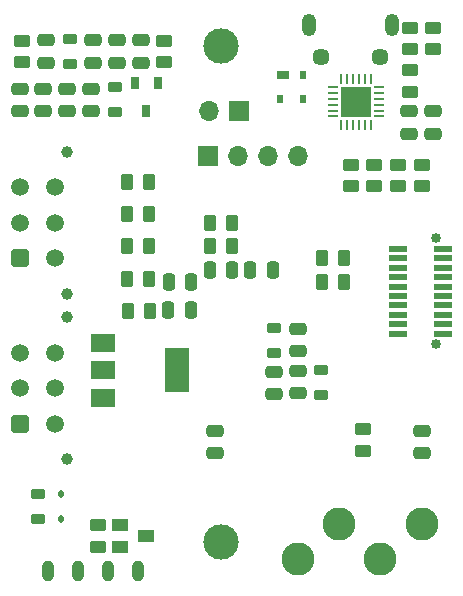
<source format=gbr>
%TF.GenerationSoftware,KiCad,Pcbnew,7.0.2*%
%TF.CreationDate,2023-09-23T15:20:02-05:00*%
%TF.ProjectId,BPS-PeripheralSOM,4250532d-5065-4726-9970-686572616c53,rev?*%
%TF.SameCoordinates,Original*%
%TF.FileFunction,Soldermask,Bot*%
%TF.FilePolarity,Negative*%
%FSLAX46Y46*%
G04 Gerber Fmt 4.6, Leading zero omitted, Abs format (unit mm)*
G04 Created by KiCad (PCBNEW 7.0.2) date 2023-09-23 15:20:02*
%MOMM*%
%LPD*%
G01*
G04 APERTURE LIST*
G04 Aperture macros list*
%AMRoundRect*
0 Rectangle with rounded corners*
0 $1 Rounding radius*
0 $2 $3 $4 $5 $6 $7 $8 $9 X,Y pos of 4 corners*
0 Add a 4 corners polygon primitive as box body*
4,1,4,$2,$3,$4,$5,$6,$7,$8,$9,$2,$3,0*
0 Add four circle primitives for the rounded corners*
1,1,$1+$1,$2,$3*
1,1,$1+$1,$4,$5*
1,1,$1+$1,$6,$7*
1,1,$1+$1,$8,$9*
0 Add four rect primitives between the rounded corners*
20,1,$1+$1,$2,$3,$4,$5,0*
20,1,$1+$1,$4,$5,$6,$7,0*
20,1,$1+$1,$6,$7,$8,$9,0*
20,1,$1+$1,$8,$9,$2,$3,0*%
G04 Aperture macros list end*
%ADD10C,2.800000*%
%ADD11R,1.700000X1.700000*%
%ADD12O,1.700000X1.700000*%
%ADD13C,3.000000*%
%ADD14C,1.000000*%
%ADD15RoundRect,0.250001X0.499999X-0.499999X0.499999X0.499999X-0.499999X0.499999X-0.499999X-0.499999X0*%
%ADD16C,1.500000*%
%ADD17O,1.000000X1.800000*%
%ADD18O,1.200000X1.900000*%
%ADD19C,1.450000*%
%ADD20C,0.850000*%
%ADD21R,1.500000X0.550000*%
%ADD22RoundRect,0.250000X-0.475000X0.250000X-0.475000X-0.250000X0.475000X-0.250000X0.475000X0.250000X0*%
%ADD23R,1.400000X1.000000*%
%ADD24RoundRect,0.112500X0.112500X-0.187500X0.112500X0.187500X-0.112500X0.187500X-0.112500X-0.187500X0*%
%ADD25RoundRect,0.250000X0.262500X0.450000X-0.262500X0.450000X-0.262500X-0.450000X0.262500X-0.450000X0*%
%ADD26R,2.000000X1.500000*%
%ADD27R,2.000000X3.800000*%
%ADD28RoundRect,0.250000X-0.450000X0.262500X-0.450000X-0.262500X0.450000X-0.262500X0.450000X0.262500X0*%
%ADD29RoundRect,0.250000X-0.250000X-0.475000X0.250000X-0.475000X0.250000X0.475000X-0.250000X0.475000X0*%
%ADD30RoundRect,0.218750X0.381250X-0.218750X0.381250X0.218750X-0.381250X0.218750X-0.381250X-0.218750X0*%
%ADD31RoundRect,0.250000X0.450000X-0.262500X0.450000X0.262500X-0.450000X0.262500X-0.450000X-0.262500X0*%
%ADD32RoundRect,0.250000X0.475000X-0.250000X0.475000X0.250000X-0.475000X0.250000X-0.475000X-0.250000X0*%
%ADD33R,1.000000X0.700000*%
%ADD34R,0.600000X0.700000*%
%ADD35RoundRect,0.218750X-0.381250X0.218750X-0.381250X-0.218750X0.381250X-0.218750X0.381250X0.218750X0*%
%ADD36R,0.700000X1.000000*%
%ADD37RoundRect,0.062500X-0.062500X0.350000X-0.062500X-0.350000X0.062500X-0.350000X0.062500X0.350000X0*%
%ADD38RoundRect,0.062500X-0.350000X0.062500X-0.350000X-0.062500X0.350000X-0.062500X0.350000X0.062500X0*%
%ADD39R,2.600000X2.600000*%
%ADD40RoundRect,0.250000X-0.262500X-0.450000X0.262500X-0.450000X0.262500X0.450000X-0.262500X0.450000X0*%
%ADD41RoundRect,0.250000X0.250000X0.475000X-0.250000X0.475000X-0.250000X-0.475000X0.250000X-0.475000X0*%
G04 APERTURE END LIST*
D10*
%TO.C,TP4*%
X137000000Y-84500000D03*
%TD*%
D11*
%TO.C,J1*%
X118950000Y-53350000D03*
D12*
X121490000Y-53350000D03*
X124030000Y-53350000D03*
X126570000Y-53350000D03*
%TD*%
D11*
%TO.C,JP1*%
X121500000Y-49500000D03*
D12*
X118960000Y-49500000D03*
%TD*%
D10*
%TO.C,TP6*%
X130000000Y-84500000D03*
%TD*%
D13*
%TO.C,MH1*%
X120000000Y-86000000D03*
%TD*%
%TO.C,MH2*%
X120000000Y-44000000D03*
%TD*%
D14*
%TO.C,J2*%
X106940000Y-65000000D03*
X106940000Y-53000000D03*
D15*
X103000000Y-62000000D03*
D16*
X103000000Y-59000000D03*
X103000000Y-56000000D03*
X106000000Y-62000000D03*
X106000000Y-59000000D03*
X106000000Y-56000000D03*
%TD*%
D17*
%TO.C,U2*%
X105380000Y-88500000D03*
X107920000Y-88500000D03*
X110460000Y-88500000D03*
X113000000Y-88500000D03*
%TD*%
D18*
%TO.C,J3*%
X134500000Y-42262500D03*
D19*
X133500000Y-44962500D03*
X128500000Y-44962500D03*
D18*
X127500000Y-42262500D03*
%TD*%
D10*
%TO.C,TP5*%
X126500000Y-87500000D03*
%TD*%
%TO.C,TP3*%
X133500000Y-87500000D03*
%TD*%
D14*
%TO.C,J5*%
X106940000Y-79000000D03*
X106940000Y-67000000D03*
D15*
X103000000Y-76000000D03*
D16*
X103000000Y-73000000D03*
X103000000Y-70000000D03*
X106000000Y-76000000D03*
X106000000Y-73000000D03*
X106000000Y-70000000D03*
%TD*%
D20*
%TO.C,J6*%
X138200000Y-69300000D03*
X138200000Y-60300000D03*
D21*
X135000000Y-61200000D03*
X138800000Y-61200000D03*
X135000000Y-62000000D03*
X138800000Y-62000000D03*
X135000000Y-62800000D03*
X138800000Y-62800000D03*
X135000000Y-63600000D03*
X138800000Y-63600000D03*
X135000000Y-64400000D03*
X138800000Y-64400000D03*
X135000000Y-65200000D03*
X138800000Y-65200000D03*
X135000000Y-66000000D03*
X138800000Y-66000000D03*
X135000000Y-66800000D03*
X138800000Y-66800000D03*
X135000000Y-67600000D03*
X138800000Y-67600000D03*
X135000000Y-68400000D03*
X138800000Y-68400000D03*
%TD*%
D22*
%TO.C,C32*%
X113200000Y-43562500D03*
X113200000Y-45462500D03*
%TD*%
D23*
%TO.C,Q1*%
X111500000Y-86450000D03*
X111500000Y-84550000D03*
X113700000Y-85500000D03*
%TD*%
D22*
%TO.C,C30*%
X109200000Y-43562500D03*
X109200000Y-45462500D03*
%TD*%
D24*
%TO.C,D3*%
X106500000Y-84050000D03*
X106500000Y-81950000D03*
%TD*%
D25*
%TO.C,R25*%
X113912500Y-58269450D03*
X112087500Y-58269450D03*
%TD*%
%TO.C,R24*%
X113912500Y-61000000D03*
X112087500Y-61000000D03*
%TD*%
D22*
%TO.C,C7*%
X124500000Y-71600000D03*
X124500000Y-73500000D03*
%TD*%
D26*
%TO.C,U3*%
X110000000Y-73800000D03*
X110000000Y-71500000D03*
D27*
X116300000Y-71500000D03*
D26*
X110000000Y-69200000D03*
%TD*%
D28*
%TO.C,R14*%
X115200000Y-43600000D03*
X115200000Y-45425000D03*
%TD*%
%TO.C,R10*%
X135000000Y-54087500D03*
X135000000Y-55912500D03*
%TD*%
D29*
%TO.C,C17*%
X115600000Y-64000000D03*
X117500000Y-64000000D03*
%TD*%
D28*
%TO.C,R12*%
X133000000Y-54087500D03*
X133000000Y-55912500D03*
%TD*%
D30*
%TO.C,L3*%
X107200000Y-45575000D03*
X107200000Y-43450000D03*
%TD*%
D25*
%TO.C,R23*%
X113912500Y-63730550D03*
X112087500Y-63730550D03*
%TD*%
D22*
%TO.C,C11*%
X119500000Y-76600000D03*
X119500000Y-78500000D03*
%TD*%
D25*
%TO.C,R2*%
X120912500Y-61000000D03*
X119087500Y-61000000D03*
%TD*%
D31*
%TO.C,R9*%
X131000000Y-55912500D03*
X131000000Y-54087500D03*
%TD*%
D25*
%TO.C,R11*%
X113912500Y-55538900D03*
X112087500Y-55538900D03*
%TD*%
D29*
%TO.C,C16*%
X115550000Y-66386100D03*
X117450000Y-66386100D03*
%TD*%
D22*
%TO.C,C10*%
X138000000Y-49550000D03*
X138000000Y-51450000D03*
%TD*%
D32*
%TO.C,C27*%
X109000000Y-49562500D03*
X109000000Y-47662500D03*
%TD*%
D25*
%TO.C,R1*%
X114000000Y-66500000D03*
X112175000Y-66500000D03*
%TD*%
D22*
%TO.C,C9*%
X135890000Y-49550000D03*
X135890000Y-51450000D03*
%TD*%
D31*
%TO.C,R6*%
X132000000Y-78325000D03*
X132000000Y-76500000D03*
%TD*%
D30*
%TO.C,FB2*%
X104500000Y-84062500D03*
X104500000Y-81937500D03*
%TD*%
D33*
%TO.C,D1*%
X125250000Y-46500000D03*
D34*
X126950000Y-46500000D03*
X126950000Y-48500000D03*
X125050000Y-48500000D03*
%TD*%
D22*
%TO.C,C31*%
X111200000Y-43562500D03*
X111200000Y-45462500D03*
%TD*%
D31*
%TO.C,R5*%
X136000000Y-47912500D03*
X136000000Y-46087500D03*
%TD*%
%TO.C,R4*%
X136000000Y-44325000D03*
X136000000Y-42500000D03*
%TD*%
%TO.C,R13*%
X137000000Y-55912500D03*
X137000000Y-54087500D03*
%TD*%
D35*
%TO.C,FB4*%
X124500000Y-67937500D03*
X124500000Y-70062500D03*
%TD*%
D36*
%TO.C,U8*%
X112750000Y-47162500D03*
X114650000Y-47162500D03*
X113700000Y-49562500D03*
%TD*%
D22*
%TO.C,C12*%
X126500000Y-71550000D03*
X126500000Y-73450000D03*
%TD*%
D32*
%TO.C,C28*%
X107000000Y-49562500D03*
X107000000Y-47662500D03*
%TD*%
D22*
%TO.C,C29*%
X105200000Y-43562500D03*
X105200000Y-45462500D03*
%TD*%
D31*
%TO.C,R7*%
X109600000Y-86412500D03*
X109600000Y-84587500D03*
%TD*%
D28*
%TO.C,R21*%
X103200000Y-43600000D03*
X103200000Y-45425000D03*
%TD*%
D29*
%TO.C,C13*%
X122500000Y-63000000D03*
X124400000Y-63000000D03*
%TD*%
D37*
%TO.C,U4*%
X130187500Y-46812500D03*
X130687500Y-46812500D03*
X131187500Y-46812500D03*
X131687500Y-46812500D03*
X132187500Y-46812500D03*
X132687500Y-46812500D03*
D38*
X133375000Y-47500000D03*
X133375000Y-48000000D03*
X133375000Y-48500000D03*
X133375000Y-49000000D03*
X133375000Y-49500000D03*
X133375000Y-50000000D03*
D37*
X132687500Y-50687500D03*
X132187500Y-50687500D03*
X131687500Y-50687500D03*
X131187500Y-50687500D03*
X130687500Y-50687500D03*
X130187500Y-50687500D03*
D38*
X129500000Y-50000000D03*
X129500000Y-49500000D03*
X129500000Y-49000000D03*
X129500000Y-48500000D03*
X129500000Y-48000000D03*
X129500000Y-47500000D03*
D39*
X131437500Y-48750000D03*
%TD*%
D35*
%TO.C,L4*%
X111000000Y-47500000D03*
X111000000Y-49625000D03*
%TD*%
D40*
%TO.C,R20*%
X128587500Y-62000000D03*
X130412500Y-62000000D03*
%TD*%
D32*
%TO.C,C26*%
X104960000Y-49562500D03*
X104960000Y-47662500D03*
%TD*%
D30*
%TO.C,FB1*%
X128500000Y-73562500D03*
X128500000Y-71437500D03*
%TD*%
D41*
%TO.C,C14*%
X120950000Y-63000000D03*
X119050000Y-63000000D03*
%TD*%
D31*
%TO.C,R3*%
X138000000Y-44325000D03*
X138000000Y-42500000D03*
%TD*%
D22*
%TO.C,C5*%
X137000000Y-76600000D03*
X137000000Y-78500000D03*
%TD*%
D40*
%TO.C,R15*%
X128587500Y-64000000D03*
X130412500Y-64000000D03*
%TD*%
D32*
%TO.C,C25*%
X102960000Y-49562500D03*
X102960000Y-47662500D03*
%TD*%
%TO.C,C15*%
X126500000Y-69900000D03*
X126500000Y-68000000D03*
%TD*%
D25*
%TO.C,R8*%
X120912500Y-59000000D03*
X119087500Y-59000000D03*
%TD*%
M02*

</source>
